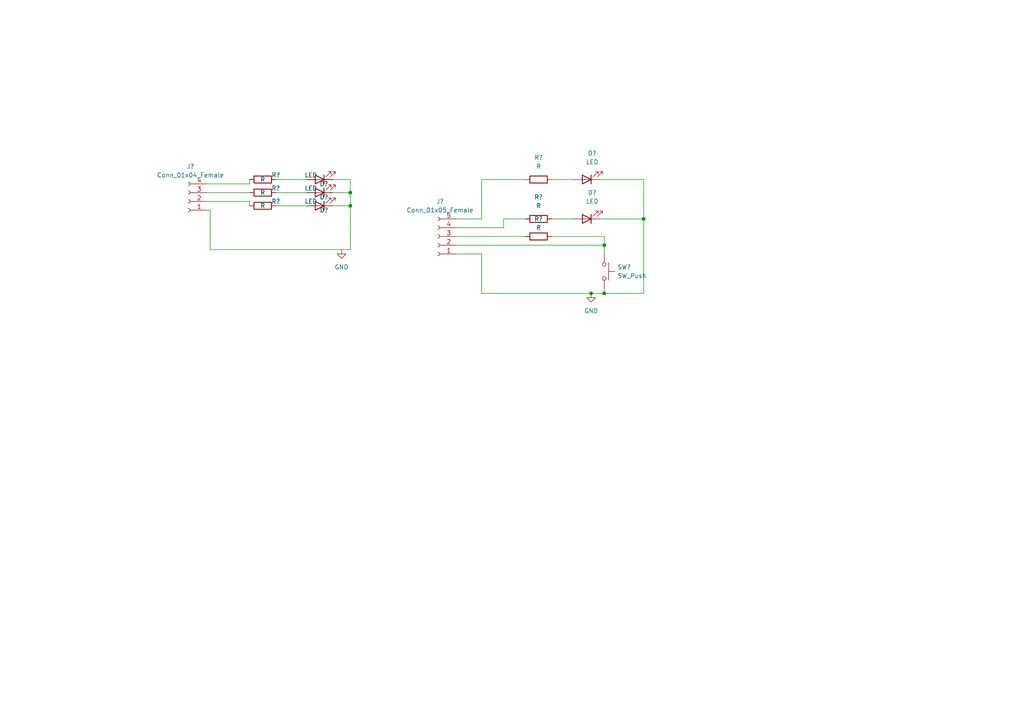
<source format=kicad_sch>
(kicad_sch (version 20211123) (generator eeschema)

  (uuid eb667eea-300e-4ca7-8a6f-4b00de80cd45)

  (paper "A4")

  (lib_symbols
    (symbol "Connector:Conn_01x04_Female" (pin_names (offset 1.016) hide) (in_bom yes) (on_board yes)
      (property "Reference" "J" (id 0) (at 0 5.08 0)
        (effects (font (size 1.27 1.27)))
      )
      (property "Value" "Conn_01x04_Female" (id 1) (at 0 -7.62 0)
        (effects (font (size 1.27 1.27)))
      )
      (property "Footprint" "" (id 2) (at 0 0 0)
        (effects (font (size 1.27 1.27)) hide)
      )
      (property "Datasheet" "~" (id 3) (at 0 0 0)
        (effects (font (size 1.27 1.27)) hide)
      )
      (property "ki_keywords" "connector" (id 4) (at 0 0 0)
        (effects (font (size 1.27 1.27)) hide)
      )
      (property "ki_description" "Generic connector, single row, 01x04, script generated (kicad-library-utils/schlib/autogen/connector/)" (id 5) (at 0 0 0)
        (effects (font (size 1.27 1.27)) hide)
      )
      (property "ki_fp_filters" "Connector*:*_1x??_*" (id 6) (at 0 0 0)
        (effects (font (size 1.27 1.27)) hide)
      )
      (symbol "Conn_01x04_Female_1_1"
        (arc (start 0 -4.572) (mid -0.508 -5.08) (end 0 -5.588)
          (stroke (width 0.1524) (type default) (color 0 0 0 0))
          (fill (type none))
        )
        (arc (start 0 -2.032) (mid -0.508 -2.54) (end 0 -3.048)
          (stroke (width 0.1524) (type default) (color 0 0 0 0))
          (fill (type none))
        )
        (polyline
          (pts
            (xy -1.27 -5.08)
            (xy -0.508 -5.08)
          )
          (stroke (width 0.1524) (type default) (color 0 0 0 0))
          (fill (type none))
        )
        (polyline
          (pts
            (xy -1.27 -2.54)
            (xy -0.508 -2.54)
          )
          (stroke (width 0.1524) (type default) (color 0 0 0 0))
          (fill (type none))
        )
        (polyline
          (pts
            (xy -1.27 0)
            (xy -0.508 0)
          )
          (stroke (width 0.1524) (type default) (color 0 0 0 0))
          (fill (type none))
        )
        (polyline
          (pts
            (xy -1.27 2.54)
            (xy -0.508 2.54)
          )
          (stroke (width 0.1524) (type default) (color 0 0 0 0))
          (fill (type none))
        )
        (arc (start 0 0.508) (mid -0.508 0) (end 0 -0.508)
          (stroke (width 0.1524) (type default) (color 0 0 0 0))
          (fill (type none))
        )
        (arc (start 0 3.048) (mid -0.508 2.54) (end 0 2.032)
          (stroke (width 0.1524) (type default) (color 0 0 0 0))
          (fill (type none))
        )
        (pin passive line (at -5.08 2.54 0) (length 3.81)
          (name "Pin_1" (effects (font (size 1.27 1.27))))
          (number "1" (effects (font (size 1.27 1.27))))
        )
        (pin passive line (at -5.08 0 0) (length 3.81)
          (name "Pin_2" (effects (font (size 1.27 1.27))))
          (number "2" (effects (font (size 1.27 1.27))))
        )
        (pin passive line (at -5.08 -2.54 0) (length 3.81)
          (name "Pin_3" (effects (font (size 1.27 1.27))))
          (number "3" (effects (font (size 1.27 1.27))))
        )
        (pin passive line (at -5.08 -5.08 0) (length 3.81)
          (name "Pin_4" (effects (font (size 1.27 1.27))))
          (number "4" (effects (font (size 1.27 1.27))))
        )
      )
    )
    (symbol "Connector:Conn_01x05_Female" (pin_names (offset 1.016) hide) (in_bom yes) (on_board yes)
      (property "Reference" "J" (id 0) (at 0 7.62 0)
        (effects (font (size 1.27 1.27)))
      )
      (property "Value" "Conn_01x05_Female" (id 1) (at 0 -7.62 0)
        (effects (font (size 1.27 1.27)))
      )
      (property "Footprint" "" (id 2) (at 0 0 0)
        (effects (font (size 1.27 1.27)) hide)
      )
      (property "Datasheet" "~" (id 3) (at 0 0 0)
        (effects (font (size 1.27 1.27)) hide)
      )
      (property "ki_keywords" "connector" (id 4) (at 0 0 0)
        (effects (font (size 1.27 1.27)) hide)
      )
      (property "ki_description" "Generic connector, single row, 01x05, script generated (kicad-library-utils/schlib/autogen/connector/)" (id 5) (at 0 0 0)
        (effects (font (size 1.27 1.27)) hide)
      )
      (property "ki_fp_filters" "Connector*:*_1x??_*" (id 6) (at 0 0 0)
        (effects (font (size 1.27 1.27)) hide)
      )
      (symbol "Conn_01x05_Female_1_1"
        (arc (start 0 -4.572) (mid -0.508 -5.08) (end 0 -5.588)
          (stroke (width 0.1524) (type default) (color 0 0 0 0))
          (fill (type none))
        )
        (arc (start 0 -2.032) (mid -0.508 -2.54) (end 0 -3.048)
          (stroke (width 0.1524) (type default) (color 0 0 0 0))
          (fill (type none))
        )
        (polyline
          (pts
            (xy -1.27 -5.08)
            (xy -0.508 -5.08)
          )
          (stroke (width 0.1524) (type default) (color 0 0 0 0))
          (fill (type none))
        )
        (polyline
          (pts
            (xy -1.27 -2.54)
            (xy -0.508 -2.54)
          )
          (stroke (width 0.1524) (type default) (color 0 0 0 0))
          (fill (type none))
        )
        (polyline
          (pts
            (xy -1.27 0)
            (xy -0.508 0)
          )
          (stroke (width 0.1524) (type default) (color 0 0 0 0))
          (fill (type none))
        )
        (polyline
          (pts
            (xy -1.27 2.54)
            (xy -0.508 2.54)
          )
          (stroke (width 0.1524) (type default) (color 0 0 0 0))
          (fill (type none))
        )
        (polyline
          (pts
            (xy -1.27 5.08)
            (xy -0.508 5.08)
          )
          (stroke (width 0.1524) (type default) (color 0 0 0 0))
          (fill (type none))
        )
        (arc (start 0 0.508) (mid -0.508 0) (end 0 -0.508)
          (stroke (width 0.1524) (type default) (color 0 0 0 0))
          (fill (type none))
        )
        (arc (start 0 3.048) (mid -0.508 2.54) (end 0 2.032)
          (stroke (width 0.1524) (type default) (color 0 0 0 0))
          (fill (type none))
        )
        (arc (start 0 5.588) (mid -0.508 5.08) (end 0 4.572)
          (stroke (width 0.1524) (type default) (color 0 0 0 0))
          (fill (type none))
        )
        (pin passive line (at -5.08 5.08 0) (length 3.81)
          (name "Pin_1" (effects (font (size 1.27 1.27))))
          (number "1" (effects (font (size 1.27 1.27))))
        )
        (pin passive line (at -5.08 2.54 0) (length 3.81)
          (name "Pin_2" (effects (font (size 1.27 1.27))))
          (number "2" (effects (font (size 1.27 1.27))))
        )
        (pin passive line (at -5.08 0 0) (length 3.81)
          (name "Pin_3" (effects (font (size 1.27 1.27))))
          (number "3" (effects (font (size 1.27 1.27))))
        )
        (pin passive line (at -5.08 -2.54 0) (length 3.81)
          (name "Pin_4" (effects (font (size 1.27 1.27))))
          (number "4" (effects (font (size 1.27 1.27))))
        )
        (pin passive line (at -5.08 -5.08 0) (length 3.81)
          (name "Pin_5" (effects (font (size 1.27 1.27))))
          (number "5" (effects (font (size 1.27 1.27))))
        )
      )
    )
    (symbol "Device:LED" (pin_numbers hide) (pin_names (offset 1.016) hide) (in_bom yes) (on_board yes)
      (property "Reference" "D" (id 0) (at 0 2.54 0)
        (effects (font (size 1.27 1.27)))
      )
      (property "Value" "LED" (id 1) (at 0 -2.54 0)
        (effects (font (size 1.27 1.27)))
      )
      (property "Footprint" "" (id 2) (at 0 0 0)
        (effects (font (size 1.27 1.27)) hide)
      )
      (property "Datasheet" "~" (id 3) (at 0 0 0)
        (effects (font (size 1.27 1.27)) hide)
      )
      (property "ki_keywords" "LED diode" (id 4) (at 0 0 0)
        (effects (font (size 1.27 1.27)) hide)
      )
      (property "ki_description" "Light emitting diode" (id 5) (at 0 0 0)
        (effects (font (size 1.27 1.27)) hide)
      )
      (property "ki_fp_filters" "LED* LED_SMD:* LED_THT:*" (id 6) (at 0 0 0)
        (effects (font (size 1.27 1.27)) hide)
      )
      (symbol "LED_0_1"
        (polyline
          (pts
            (xy -1.27 -1.27)
            (xy -1.27 1.27)
          )
          (stroke (width 0.254) (type default) (color 0 0 0 0))
          (fill (type none))
        )
        (polyline
          (pts
            (xy -1.27 0)
            (xy 1.27 0)
          )
          (stroke (width 0) (type default) (color 0 0 0 0))
          (fill (type none))
        )
        (polyline
          (pts
            (xy 1.27 -1.27)
            (xy 1.27 1.27)
            (xy -1.27 0)
            (xy 1.27 -1.27)
          )
          (stroke (width 0.254) (type default) (color 0 0 0 0))
          (fill (type none))
        )
        (polyline
          (pts
            (xy -3.048 -0.762)
            (xy -4.572 -2.286)
            (xy -3.81 -2.286)
            (xy -4.572 -2.286)
            (xy -4.572 -1.524)
          )
          (stroke (width 0) (type default) (color 0 0 0 0))
          (fill (type none))
        )
        (polyline
          (pts
            (xy -1.778 -0.762)
            (xy -3.302 -2.286)
            (xy -2.54 -2.286)
            (xy -3.302 -2.286)
            (xy -3.302 -1.524)
          )
          (stroke (width 0) (type default) (color 0 0 0 0))
          (fill (type none))
        )
      )
      (symbol "LED_1_1"
        (pin passive line (at -3.81 0 0) (length 2.54)
          (name "K" (effects (font (size 1.27 1.27))))
          (number "1" (effects (font (size 1.27 1.27))))
        )
        (pin passive line (at 3.81 0 180) (length 2.54)
          (name "A" (effects (font (size 1.27 1.27))))
          (number "2" (effects (font (size 1.27 1.27))))
        )
      )
    )
    (symbol "Device:R" (pin_numbers hide) (pin_names (offset 0)) (in_bom yes) (on_board yes)
      (property "Reference" "R" (id 0) (at 2.032 0 90)
        (effects (font (size 1.27 1.27)))
      )
      (property "Value" "R" (id 1) (at 0 0 90)
        (effects (font (size 1.27 1.27)))
      )
      (property "Footprint" "" (id 2) (at -1.778 0 90)
        (effects (font (size 1.27 1.27)) hide)
      )
      (property "Datasheet" "~" (id 3) (at 0 0 0)
        (effects (font (size 1.27 1.27)) hide)
      )
      (property "ki_keywords" "R res resistor" (id 4) (at 0 0 0)
        (effects (font (size 1.27 1.27)) hide)
      )
      (property "ki_description" "Resistor" (id 5) (at 0 0 0)
        (effects (font (size 1.27 1.27)) hide)
      )
      (property "ki_fp_filters" "R_*" (id 6) (at 0 0 0)
        (effects (font (size 1.27 1.27)) hide)
      )
      (symbol "R_0_1"
        (rectangle (start -1.016 -2.54) (end 1.016 2.54)
          (stroke (width 0.254) (type default) (color 0 0 0 0))
          (fill (type none))
        )
      )
      (symbol "R_1_1"
        (pin passive line (at 0 3.81 270) (length 1.27)
          (name "~" (effects (font (size 1.27 1.27))))
          (number "1" (effects (font (size 1.27 1.27))))
        )
        (pin passive line (at 0 -3.81 90) (length 1.27)
          (name "~" (effects (font (size 1.27 1.27))))
          (number "2" (effects (font (size 1.27 1.27))))
        )
      )
    )
    (symbol "Switch:SW_Push" (pin_numbers hide) (pin_names (offset 1.016) hide) (in_bom yes) (on_board yes)
      (property "Reference" "SW" (id 0) (at 1.27 2.54 0)
        (effects (font (size 1.27 1.27)) (justify left))
      )
      (property "Value" "SW_Push" (id 1) (at 0 -1.524 0)
        (effects (font (size 1.27 1.27)))
      )
      (property "Footprint" "" (id 2) (at 0 5.08 0)
        (effects (font (size 1.27 1.27)) hide)
      )
      (property "Datasheet" "~" (id 3) (at 0 5.08 0)
        (effects (font (size 1.27 1.27)) hide)
      )
      (property "ki_keywords" "switch normally-open pushbutton push-button" (id 4) (at 0 0 0)
        (effects (font (size 1.27 1.27)) hide)
      )
      (property "ki_description" "Push button switch, generic, two pins" (id 5) (at 0 0 0)
        (effects (font (size 1.27 1.27)) hide)
      )
      (symbol "SW_Push_0_1"
        (circle (center -2.032 0) (radius 0.508)
          (stroke (width 0) (type default) (color 0 0 0 0))
          (fill (type none))
        )
        (polyline
          (pts
            (xy 0 1.27)
            (xy 0 3.048)
          )
          (stroke (width 0) (type default) (color 0 0 0 0))
          (fill (type none))
        )
        (polyline
          (pts
            (xy 2.54 1.27)
            (xy -2.54 1.27)
          )
          (stroke (width 0) (type default) (color 0 0 0 0))
          (fill (type none))
        )
        (circle (center 2.032 0) (radius 0.508)
          (stroke (width 0) (type default) (color 0 0 0 0))
          (fill (type none))
        )
        (pin passive line (at -5.08 0 0) (length 2.54)
          (name "1" (effects (font (size 1.27 1.27))))
          (number "1" (effects (font (size 1.27 1.27))))
        )
        (pin passive line (at 5.08 0 180) (length 2.54)
          (name "2" (effects (font (size 1.27 1.27))))
          (number "2" (effects (font (size 1.27 1.27))))
        )
      )
    )
    (symbol "power:GND" (power) (pin_names (offset 0)) (in_bom yes) (on_board yes)
      (property "Reference" "#PWR" (id 0) (at 0 -6.35 0)
        (effects (font (size 1.27 1.27)) hide)
      )
      (property "Value" "GND" (id 1) (at 0 -3.81 0)
        (effects (font (size 1.27 1.27)))
      )
      (property "Footprint" "" (id 2) (at 0 0 0)
        (effects (font (size 1.27 1.27)) hide)
      )
      (property "Datasheet" "" (id 3) (at 0 0 0)
        (effects (font (size 1.27 1.27)) hide)
      )
      (property "ki_keywords" "power-flag" (id 4) (at 0 0 0)
        (effects (font (size 1.27 1.27)) hide)
      )
      (property "ki_description" "Power symbol creates a global label with name \"GND\" , ground" (id 5) (at 0 0 0)
        (effects (font (size 1.27 1.27)) hide)
      )
      (symbol "GND_0_1"
        (polyline
          (pts
            (xy 0 0)
            (xy 0 -1.27)
            (xy 1.27 -1.27)
            (xy 0 -2.54)
            (xy -1.27 -1.27)
            (xy 0 -1.27)
          )
          (stroke (width 0) (type default) (color 0 0 0 0))
          (fill (type none))
        )
      )
      (symbol "GND_1_1"
        (pin power_in line (at 0 0 270) (length 0) hide
          (name "GND" (effects (font (size 1.27 1.27))))
          (number "1" (effects (font (size 1.27 1.27))))
        )
      )
    )
  )

  (junction (at 186.69 63.5) (diameter 0) (color 0 0 0 0)
    (uuid 1d10d51b-5778-4d01-b497-7ae35c09aa2b)
  )
  (junction (at 171.45 85.09) (diameter 0) (color 0 0 0 0)
    (uuid ae08a163-f8b1-46a1-9d8e-f8884598ef40)
  )
  (junction (at 175.26 85.09) (diameter 0) (color 0 0 0 0)
    (uuid ae49903a-9d6d-4bcf-8377-a0e3a858f417)
  )
  (junction (at 175.26 71.12) (diameter 0) (color 0 0 0 0)
    (uuid c7249942-1fa2-4061-a078-a7e28003298d)
  )
  (junction (at 101.6 59.69) (diameter 0) (color 0 0 0 0)
    (uuid fce757f0-707e-4a92-9cdc-645159fe4b93)
  )
  (junction (at 101.6 55.88) (diameter 0) (color 0 0 0 0)
    (uuid fde97225-e327-4f0d-a0d0-ae491822da36)
  )

  (wire (pts (xy 175.26 68.58) (xy 175.26 71.12))
    (stroke (width 0) (type default) (color 0 0 0 0))
    (uuid 00cc81c7-a218-403c-a7d4-f7708ad9c84c)
  )
  (wire (pts (xy 132.08 68.58) (xy 152.4 68.58))
    (stroke (width 0) (type default) (color 0 0 0 0))
    (uuid 03a677f9-925d-4073-87c0-eb9cb9ff5848)
  )
  (wire (pts (xy 59.69 58.42) (xy 72.39 58.42))
    (stroke (width 0) (type default) (color 0 0 0 0))
    (uuid 05731090-92c1-41d9-8018-be9864f0ab9a)
  )
  (wire (pts (xy 139.7 52.07) (xy 152.4 52.07))
    (stroke (width 0) (type default) (color 0 0 0 0))
    (uuid 136447d1-66ad-424a-80a2-811ff769537b)
  )
  (wire (pts (xy 139.7 73.66) (xy 139.7 85.09))
    (stroke (width 0) (type default) (color 0 0 0 0))
    (uuid 16e43731-a084-4397-be4d-3924b9091d67)
  )
  (wire (pts (xy 80.01 59.69) (xy 88.9 59.69))
    (stroke (width 0) (type default) (color 0 0 0 0))
    (uuid 17e880b1-271c-4cec-8d9b-beeeb30a1b89)
  )
  (wire (pts (xy 59.69 53.34) (xy 72.39 53.34))
    (stroke (width 0) (type default) (color 0 0 0 0))
    (uuid 1d0106e4-93a0-484c-b492-7593dc9b77bd)
  )
  (wire (pts (xy 175.26 71.12) (xy 175.26 73.66))
    (stroke (width 0) (type default) (color 0 0 0 0))
    (uuid 23749f30-e710-4052-8286-470e0ed5db79)
  )
  (wire (pts (xy 175.26 85.09) (xy 186.69 85.09))
    (stroke (width 0) (type default) (color 0 0 0 0))
    (uuid 33cb573f-6fab-4242-b353-bdb03e807471)
  )
  (wire (pts (xy 160.02 63.5) (xy 166.37 63.5))
    (stroke (width 0) (type default) (color 0 0 0 0))
    (uuid 47291c9b-4566-4d60-8f07-1dcecbe69766)
  )
  (wire (pts (xy 80.01 55.88) (xy 88.9 55.88))
    (stroke (width 0) (type default) (color 0 0 0 0))
    (uuid 47b96755-77b4-4d1f-b7c7-e83301b841d7)
  )
  (wire (pts (xy 132.08 63.5) (xy 139.7 63.5))
    (stroke (width 0) (type default) (color 0 0 0 0))
    (uuid 4bc9af10-7410-4852-88e0-29f0f8e5a782)
  )
  (wire (pts (xy 186.69 52.07) (xy 186.69 63.5))
    (stroke (width 0) (type default) (color 0 0 0 0))
    (uuid 4fcde239-ce13-458e-ba77-64e46beec488)
  )
  (wire (pts (xy 171.45 85.09) (xy 175.26 85.09))
    (stroke (width 0) (type default) (color 0 0 0 0))
    (uuid 630da127-ef37-44ef-a4d1-57c9ac00ee94)
  )
  (wire (pts (xy 186.69 63.5) (xy 186.69 85.09))
    (stroke (width 0) (type default) (color 0 0 0 0))
    (uuid 63c3a1b9-d6dc-4d87-820f-b90561f1f3c1)
  )
  (wire (pts (xy 139.7 85.09) (xy 171.45 85.09))
    (stroke (width 0) (type default) (color 0 0 0 0))
    (uuid 69907e67-6106-4d3c-afdd-92924b7cb79d)
  )
  (wire (pts (xy 72.39 59.69) (xy 72.39 58.42))
    (stroke (width 0) (type default) (color 0 0 0 0))
    (uuid 6bf5f28b-59ba-4494-a030-be79a035c0e4)
  )
  (wire (pts (xy 173.99 63.5) (xy 186.69 63.5))
    (stroke (width 0) (type default) (color 0 0 0 0))
    (uuid 6fad7d3b-468a-48b9-b7ac-08e65c86a7ed)
  )
  (wire (pts (xy 101.6 72.39) (xy 60.96 72.39))
    (stroke (width 0) (type default) (color 0 0 0 0))
    (uuid 70650231-3657-458f-9f48-741b42421c7d)
  )
  (wire (pts (xy 160.02 52.07) (xy 166.37 52.07))
    (stroke (width 0) (type default) (color 0 0 0 0))
    (uuid 7162c8e3-8631-468a-ba3b-bb729a75def5)
  )
  (wire (pts (xy 173.99 52.07) (xy 186.69 52.07))
    (stroke (width 0) (type default) (color 0 0 0 0))
    (uuid 84d53a31-60b9-45b0-810f-f584c3df8e91)
  )
  (wire (pts (xy 175.26 83.82) (xy 175.26 85.09))
    (stroke (width 0) (type default) (color 0 0 0 0))
    (uuid 869ed46c-411f-4173-a307-93bad7951b22)
  )
  (wire (pts (xy 146.05 63.5) (xy 146.05 66.04))
    (stroke (width 0) (type default) (color 0 0 0 0))
    (uuid 8d481383-5d25-4ace-b676-d324f6d4dc46)
  )
  (wire (pts (xy 59.69 55.88) (xy 72.39 55.88))
    (stroke (width 0) (type default) (color 0 0 0 0))
    (uuid 8f0e955c-8ec0-431e-bdca-da5e3a34cd99)
  )
  (wire (pts (xy 72.39 53.34) (xy 72.39 52.07))
    (stroke (width 0) (type default) (color 0 0 0 0))
    (uuid 912a3b29-3615-485b-98ca-b5aa94a760f2)
  )
  (wire (pts (xy 146.05 66.04) (xy 132.08 66.04))
    (stroke (width 0) (type default) (color 0 0 0 0))
    (uuid 974acc20-2014-498e-9d41-c2393ec88c34)
  )
  (wire (pts (xy 96.52 52.07) (xy 101.6 52.07))
    (stroke (width 0) (type default) (color 0 0 0 0))
    (uuid 99259dcc-cbc7-402d-975a-bcb5d85ebd09)
  )
  (wire (pts (xy 80.01 52.07) (xy 88.9 52.07))
    (stroke (width 0) (type default) (color 0 0 0 0))
    (uuid a00f9e98-b300-4f39-b0dd-902486534d4e)
  )
  (wire (pts (xy 101.6 59.69) (xy 101.6 72.39))
    (stroke (width 0) (type default) (color 0 0 0 0))
    (uuid ab6ab0db-09cc-407d-956c-d4e570b717d6)
  )
  (wire (pts (xy 96.52 55.88) (xy 101.6 55.88))
    (stroke (width 0) (type default) (color 0 0 0 0))
    (uuid bd77f63c-15a3-475d-b4fb-e3bf49c605ab)
  )
  (wire (pts (xy 146.05 63.5) (xy 152.4 63.5))
    (stroke (width 0) (type default) (color 0 0 0 0))
    (uuid ccd6cf5b-1b7f-4eaf-b1ab-1d9908a503ef)
  )
  (wire (pts (xy 101.6 55.88) (xy 101.6 59.69))
    (stroke (width 0) (type default) (color 0 0 0 0))
    (uuid cf99f970-43e4-4767-a02a-b896d20db8c0)
  )
  (wire (pts (xy 160.02 68.58) (xy 175.26 68.58))
    (stroke (width 0) (type default) (color 0 0 0 0))
    (uuid cfa44890-796b-4931-94c5-292aa7bcf70e)
  )
  (wire (pts (xy 60.96 72.39) (xy 60.96 60.96))
    (stroke (width 0) (type default) (color 0 0 0 0))
    (uuid d42847ad-990a-4200-934d-4d556b925193)
  )
  (wire (pts (xy 139.7 52.07) (xy 139.7 63.5))
    (stroke (width 0) (type default) (color 0 0 0 0))
    (uuid d5331cc8-c2e3-490b-9695-bd5135d91a66)
  )
  (wire (pts (xy 96.52 59.69) (xy 101.6 59.69))
    (stroke (width 0) (type default) (color 0 0 0 0))
    (uuid dc55d78e-22c3-41d4-aaeb-836abebfb36e)
  )
  (wire (pts (xy 101.6 52.07) (xy 101.6 55.88))
    (stroke (width 0) (type default) (color 0 0 0 0))
    (uuid e96b56b6-e980-404e-904c-094b01fd6eef)
  )
  (wire (pts (xy 60.96 60.96) (xy 59.69 60.96))
    (stroke (width 0) (type default) (color 0 0 0 0))
    (uuid e99c2bb4-7a57-4e26-8d0c-400dab99a963)
  )
  (wire (pts (xy 132.08 71.12) (xy 175.26 71.12))
    (stroke (width 0) (type default) (color 0 0 0 0))
    (uuid efd4efb1-6e0b-4528-9a54-f0c8a84ef2f3)
  )
  (wire (pts (xy 132.08 73.66) (xy 139.7 73.66))
    (stroke (width 0) (type default) (color 0 0 0 0))
    (uuid f0c4b84b-8188-4aee-9f93-abe56f389c3c)
  )

  (symbol (lib_id "Device:R") (at 76.2 59.69 90) (unit 1)
    (in_bom yes) (on_board yes)
    (uuid 019d3651-b04b-45d0-868f-186c00dc35e3)
    (property "Reference" "R?" (id 0) (at 80.01 58.42 90))
    (property "Value" "R" (id 1) (at 76.2 55.88 90))
    (property "Footprint" "Resistor_THT:R_Axial_DIN0309_L9.0mm_D3.2mm_P15.24mm_Horizontal" (id 2) (at 76.2 61.468 90)
      (effects (font (size 1.27 1.27)) hide)
    )
    (property "Datasheet" "~" (id 3) (at 76.2 59.69 0)
      (effects (font (size 1.27 1.27)) hide)
    )
    (pin "1" (uuid 3049a36c-be0a-4fc7-bd64-4ffd28f45fff))
    (pin "2" (uuid 5930e06c-d2dc-471e-8fdd-5e8f3983831f))
  )

  (symbol (lib_id "Device:LED") (at 92.71 52.07 180) (unit 1)
    (in_bom yes) (on_board yes)
    (uuid 0c366578-66d9-4255-905b-b34ebcfb22ac)
    (property "Reference" "D?" (id 0) (at 93.98 53.34 0))
    (property "Value" "LED" (id 1) (at 90.17 50.8 0))
    (property "Footprint" "LED_THT:LED_D5.0mm" (id 2) (at 92.71 52.07 0)
      (effects (font (size 1.27 1.27)) hide)
    )
    (property "Datasheet" "~" (id 3) (at 92.71 52.07 0)
      (effects (font (size 1.27 1.27)) hide)
    )
    (pin "1" (uuid 357a7273-4727-4a16-95cd-13a54722bc4c))
    (pin "2" (uuid f76bf4cb-4dd4-4a42-9128-d3ab35959241))
  )

  (symbol (lib_id "Device:R") (at 76.2 55.88 90) (unit 1)
    (in_bom yes) (on_board yes)
    (uuid 22ecb7a5-dc08-4d51-9f10-32899809ad6c)
    (property "Reference" "R?" (id 0) (at 80.01 54.61 90))
    (property "Value" "R" (id 1) (at 76.2 52.07 90))
    (property "Footprint" "Resistor_THT:R_Axial_DIN0309_L9.0mm_D3.2mm_P15.24mm_Horizontal" (id 2) (at 76.2 57.658 90)
      (effects (font (size 1.27 1.27)) hide)
    )
    (property "Datasheet" "~" (id 3) (at 76.2 55.88 0)
      (effects (font (size 1.27 1.27)) hide)
    )
    (pin "1" (uuid 47e36984-ccc0-4b69-b1d7-b6a087efa6e8))
    (pin "2" (uuid 03a867e3-5c81-4dbb-a3bb-3358df14639a))
  )

  (symbol (lib_id "Device:R") (at 156.21 63.5 90) (unit 1)
    (in_bom yes) (on_board yes) (fields_autoplaced)
    (uuid 2a45bdd8-9d73-411e-9380-2750f72a7908)
    (property "Reference" "R?" (id 0) (at 156.21 57.15 90))
    (property "Value" "R" (id 1) (at 156.21 59.69 90))
    (property "Footprint" "Resistor_THT:R_Axial_DIN0309_L9.0mm_D3.2mm_P15.24mm_Horizontal" (id 2) (at 156.21 65.278 90)
      (effects (font (size 1.27 1.27)) hide)
    )
    (property "Datasheet" "~" (id 3) (at 156.21 63.5 0)
      (effects (font (size 1.27 1.27)) hide)
    )
    (pin "1" (uuid 7b73e7ec-3a7c-4588-a8e4-2cd8e01c70c0))
    (pin "2" (uuid 24912925-28cc-46df-9636-6101587729dc))
  )

  (symbol (lib_id "Device:R") (at 156.21 68.58 90) (unit 1)
    (in_bom yes) (on_board yes)
    (uuid 2f0bd756-1b03-41fd-860a-ec6ed1295924)
    (property "Reference" "R?" (id 0) (at 156.21 63.5 90))
    (property "Value" "R" (id 1) (at 156.21 66.04 90))
    (property "Footprint" "Resistor_THT:R_Axial_DIN0309_L9.0mm_D3.2mm_P15.24mm_Horizontal" (id 2) (at 156.21 70.358 90)
      (effects (font (size 1.27 1.27)) hide)
    )
    (property "Datasheet" "~" (id 3) (at 156.21 68.58 0)
      (effects (font (size 1.27 1.27)) hide)
    )
    (pin "1" (uuid bddc75e7-8a3e-4709-88ae-f43355cf81f7))
    (pin "2" (uuid 7589d192-14b3-4825-bc78-481261d01f86))
  )

  (symbol (lib_id "Connector:Conn_01x05_Female") (at 127 68.58 180) (unit 1)
    (in_bom yes) (on_board yes) (fields_autoplaced)
    (uuid 38ae9a69-f477-4e4c-aa26-807b938a237e)
    (property "Reference" "J?" (id 0) (at 127.635 58.42 0))
    (property "Value" "Conn_01x05_Female" (id 1) (at 127.635 60.96 0))
    (property "Footprint" "Connector_PinHeader_2.54mm:PinHeader_1x05_P2.54mm_Vertical" (id 2) (at 127 68.58 0)
      (effects (font (size 1.27 1.27)) hide)
    )
    (property "Datasheet" "~" (id 3) (at 127 68.58 0)
      (effects (font (size 1.27 1.27)) hide)
    )
    (pin "1" (uuid a1c3aedd-85c9-4502-8e0c-a7133ea5d8df))
    (pin "2" (uuid a4762b32-c695-44a4-af80-94b6be6ab7dc))
    (pin "3" (uuid c7e2726c-41cf-497b-a003-9e40170ddc5c))
    (pin "4" (uuid 6bd57356-25b0-4e2e-b723-97a13e250d14))
    (pin "5" (uuid c5127da9-6d8d-40a6-81cf-9da9abdc7adf))
  )

  (symbol (lib_id "Device:R") (at 76.2 52.07 90) (unit 1)
    (in_bom yes) (on_board yes)
    (uuid 3a1a39fc-8030-4c93-9d9c-d79ba6824099)
    (property "Reference" "R?" (id 0) (at 80.01 50.8 90))
    (property "Value" "R" (id 1) (at 76.2 59.69 90))
    (property "Footprint" "Resistor_THT:R_Axial_DIN0309_L9.0mm_D3.2mm_P15.24mm_Horizontal" (id 2) (at 76.2 53.848 90)
      (effects (font (size 1.27 1.27)) hide)
    )
    (property "Datasheet" "~" (id 3) (at 76.2 52.07 0)
      (effects (font (size 1.27 1.27)) hide)
    )
    (pin "1" (uuid 272c2a78-b5f5-4b61-aed3-ec69e0e92729))
    (pin "2" (uuid a3fab380-991d-404b-95d5-1c209b047b6e))
  )

  (symbol (lib_id "Device:LED") (at 170.18 63.5 180) (unit 1)
    (in_bom yes) (on_board yes) (fields_autoplaced)
    (uuid 3f2a31ea-2861-4924-90ae-3cf6d805890f)
    (property "Reference" "D?" (id 0) (at 171.7675 55.88 0))
    (property "Value" "LED" (id 1) (at 171.7675 58.42 0))
    (property "Footprint" "LED_THT:LED_D5.0mm" (id 2) (at 170.18 63.5 0)
      (effects (font (size 1.27 1.27)) hide)
    )
    (property "Datasheet" "~" (id 3) (at 170.18 63.5 0)
      (effects (font (size 1.27 1.27)) hide)
    )
    (pin "1" (uuid 9811f532-fd2c-481d-89e5-8568520600f6))
    (pin "2" (uuid 98a0ac62-c1fa-4e37-a745-877b5c442d9b))
  )

  (symbol (lib_id "Device:LED") (at 170.18 52.07 180) (unit 1)
    (in_bom yes) (on_board yes) (fields_autoplaced)
    (uuid 4a0dfbab-ce09-4e43-9cc7-b70e1c2902e7)
    (property "Reference" "D?" (id 0) (at 171.7675 44.45 0))
    (property "Value" "LED" (id 1) (at 171.7675 46.99 0))
    (property "Footprint" "LED_THT:LED_D5.0mm" (id 2) (at 170.18 52.07 0)
      (effects (font (size 1.27 1.27)) hide)
    )
    (property "Datasheet" "~" (id 3) (at 170.18 52.07 0)
      (effects (font (size 1.27 1.27)) hide)
    )
    (pin "1" (uuid d08f69fb-6d4d-4e3e-a8cf-e31cd3024fb5))
    (pin "2" (uuid 6b3eff3d-34b6-486f-b879-a7cf7f294c70))
  )

  (symbol (lib_id "Device:R") (at 156.21 52.07 90) (unit 1)
    (in_bom yes) (on_board yes) (fields_autoplaced)
    (uuid 67a92bfc-d287-42b8-9a92-107baa759573)
    (property "Reference" "R?" (id 0) (at 156.21 45.72 90))
    (property "Value" "R" (id 1) (at 156.21 48.26 90))
    (property "Footprint" "Resistor_THT:R_Axial_DIN0309_L9.0mm_D3.2mm_P15.24mm_Horizontal" (id 2) (at 156.21 53.848 90)
      (effects (font (size 1.27 1.27)) hide)
    )
    (property "Datasheet" "~" (id 3) (at 156.21 52.07 0)
      (effects (font (size 1.27 1.27)) hide)
    )
    (pin "1" (uuid b7f72fd1-a120-4061-8768-cdf0233f123b))
    (pin "2" (uuid 7d329339-c275-43da-88e5-137ba7fc8af7))
  )

  (symbol (lib_id "power:GND") (at 171.45 85.09 0) (unit 1)
    (in_bom yes) (on_board yes) (fields_autoplaced)
    (uuid 82801f85-f53d-4a63-8cff-c1aa3b5a8eb5)
    (property "Reference" "#PWR?" (id 0) (at 171.45 91.44 0)
      (effects (font (size 1.27 1.27)) hide)
    )
    (property "Value" "GND" (id 1) (at 171.45 90.17 0))
    (property "Footprint" "" (id 2) (at 171.45 85.09 0)
      (effects (font (size 1.27 1.27)) hide)
    )
    (property "Datasheet" "" (id 3) (at 171.45 85.09 0)
      (effects (font (size 1.27 1.27)) hide)
    )
    (pin "1" (uuid 0a22bfa7-3a52-4ca4-9931-c10343ddeb3d))
  )

  (symbol (lib_id "power:GND") (at 99.06 72.39 0) (unit 1)
    (in_bom yes) (on_board yes) (fields_autoplaced)
    (uuid 8f7fce58-6ac0-4a94-9aa6-fe55389a5902)
    (property "Reference" "#PWR?" (id 0) (at 99.06 78.74 0)
      (effects (font (size 1.27 1.27)) hide)
    )
    (property "Value" "GND" (id 1) (at 99.06 77.47 0))
    (property "Footprint" "" (id 2) (at 99.06 72.39 0)
      (effects (font (size 1.27 1.27)) hide)
    )
    (property "Datasheet" "" (id 3) (at 99.06 72.39 0)
      (effects (font (size 1.27 1.27)) hide)
    )
    (pin "1" (uuid a54f2c6e-e96e-477d-9066-5e3c0953d0db))
  )

  (symbol (lib_id "Device:LED") (at 92.71 55.88 180) (unit 1)
    (in_bom yes) (on_board yes)
    (uuid 947145cd-6b08-4a6c-bc2a-1dac4bf3857a)
    (property "Reference" "D?" (id 0) (at 93.98 57.15 0))
    (property "Value" "LED" (id 1) (at 90.17 54.61 0))
    (property "Footprint" "LED_THT:LED_D5.0mm" (id 2) (at 92.71 55.88 0)
      (effects (font (size 1.27 1.27)) hide)
    )
    (property "Datasheet" "~" (id 3) (at 92.71 55.88 0)
      (effects (font (size 1.27 1.27)) hide)
    )
    (pin "1" (uuid 240af122-7742-436b-95a3-79bce3be3c42))
    (pin "2" (uuid 8aa98c19-ed4c-410c-b388-0dec12168b19))
  )

  (symbol (lib_id "Connector:Conn_01x04_Female") (at 54.61 58.42 180) (unit 1)
    (in_bom yes) (on_board yes) (fields_autoplaced)
    (uuid a779b881-d5ab-4f9b-b7aa-93b03a937799)
    (property "Reference" "J?" (id 0) (at 55.245 48.26 0))
    (property "Value" "Conn_01x04_Female" (id 1) (at 55.245 50.8 0))
    (property "Footprint" "Connector_PinHeader_2.54mm:PinHeader_1x04_P2.54mm_Vertical" (id 2) (at 54.61 58.42 0)
      (effects (font (size 1.27 1.27)) hide)
    )
    (property "Datasheet" "~" (id 3) (at 54.61 58.42 0)
      (effects (font (size 1.27 1.27)) hide)
    )
    (pin "1" (uuid 59e21a32-7102-4054-b5d8-b70830be32fb))
    (pin "2" (uuid 810cde75-0428-47ef-b9f0-b0cafa144f5e))
    (pin "3" (uuid 52205071-0036-4267-89f3-313b73ca92a0))
    (pin "4" (uuid 540fcbf1-1a0c-4964-9389-bacd0100da53))
  )

  (symbol (lib_id "Device:LED") (at 92.71 59.69 180) (unit 1)
    (in_bom yes) (on_board yes)
    (uuid b17dc3ba-b6c2-441d-923c-8e9e359300be)
    (property "Reference" "D?" (id 0) (at 93.98 60.96 0))
    (property "Value" "LED" (id 1) (at 90.17 58.42 0))
    (property "Footprint" "LED_THT:LED_D5.0mm" (id 2) (at 92.71 59.69 0)
      (effects (font (size 1.27 1.27)) hide)
    )
    (property "Datasheet" "~" (id 3) (at 92.71 59.69 0)
      (effects (font (size 1.27 1.27)) hide)
    )
    (pin "1" (uuid 505a33df-d18d-42f5-b21a-0d35edec1115))
    (pin "2" (uuid ac33d4ae-6cf8-443e-a0ba-e1364b8b2396))
  )

  (symbol (lib_id "Switch:SW_Push") (at 175.26 78.74 270) (unit 1)
    (in_bom yes) (on_board yes) (fields_autoplaced)
    (uuid d7d4f9b8-2da0-4fad-9c3e-e2ba9396b08c)
    (property "Reference" "SW?" (id 0) (at 179.07 77.4699 90)
      (effects (font (size 1.27 1.27)) (justify left))
    )
    (property "Value" "SW_Push" (id 1) (at 179.07 80.0099 90)
      (effects (font (size 1.27 1.27)) (justify left))
    )
    (property "Footprint" "Button_Switch_THT:SW_PUSH_6mm_H5mm" (id 2) (at 180.34 78.74 0)
      (effects (font (size 1.27 1.27)) hide)
    )
    (property "Datasheet" "~" (id 3) (at 180.34 78.74 0)
      (effects (font (size 1.27 1.27)) hide)
    )
    (pin "1" (uuid 0c1b2c62-e813-40f4-aa9f-a6318a69059c))
    (pin "2" (uuid 6078cfae-6c12-43fc-889b-59baef9b3698))
  )

  (sheet_instances
    (path "/" (page "1"))
  )

  (symbol_instances
    (path "/82801f85-f53d-4a63-8cff-c1aa3b5a8eb5"
      (reference "#PWR?") (unit 1) (value "GND") (footprint "")
    )
    (path "/8f7fce58-6ac0-4a94-9aa6-fe55389a5902"
      (reference "#PWR?") (unit 1) (value "GND") (footprint "")
    )
    (path "/0c366578-66d9-4255-905b-b34ebcfb22ac"
      (reference "D?") (unit 1) (value "LED") (footprint "LED_THT:LED_D5.0mm")
    )
    (path "/3f2a31ea-2861-4924-90ae-3cf6d805890f"
      (reference "D?") (unit 1) (value "LED") (footprint "LED_THT:LED_D5.0mm")
    )
    (path "/4a0dfbab-ce09-4e43-9cc7-b70e1c2902e7"
      (reference "D?") (unit 1) (value "LED") (footprint "LED_THT:LED_D5.0mm")
    )
    (path "/947145cd-6b08-4a6c-bc2a-1dac4bf3857a"
      (reference "D?") (unit 1) (value "LED") (footprint "LED_THT:LED_D5.0mm")
    )
    (path "/b17dc3ba-b6c2-441d-923c-8e9e359300be"
      (reference "D?") (unit 1) (value "LED") (footprint "LED_THT:LED_D5.0mm")
    )
    (path "/38ae9a69-f477-4e4c-aa26-807b938a237e"
      (reference "J?") (unit 1) (value "Conn_01x05_Female") (footprint "Connector_PinHeader_2.54mm:PinHeader_1x05_P2.54mm_Vertical")
    )
    (path "/a779b881-d5ab-4f9b-b7aa-93b03a937799"
      (reference "J?") (unit 1) (value "Conn_01x04_Female") (footprint "Connector_PinHeader_2.54mm:PinHeader_1x04_P2.54mm_Vertical")
    )
    (path "/019d3651-b04b-45d0-868f-186c00dc35e3"
      (reference "R?") (unit 1) (value "R") (footprint "Resistor_THT:R_Axial_DIN0309_L9.0mm_D3.2mm_P15.24mm_Horizontal")
    )
    (path "/22ecb7a5-dc08-4d51-9f10-32899809ad6c"
      (reference "R?") (unit 1) (value "R") (footprint "Resistor_THT:R_Axial_DIN0309_L9.0mm_D3.2mm_P15.24mm_Horizontal")
    )
    (path "/2a45bdd8-9d73-411e-9380-2750f72a7908"
      (reference "R?") (unit 1) (value "R") (footprint "Resistor_THT:R_Axial_DIN0309_L9.0mm_D3.2mm_P15.24mm_Horizontal")
    )
    (path "/2f0bd756-1b03-41fd-860a-ec6ed1295924"
      (reference "R?") (unit 1) (value "R") (footprint "Resistor_THT:R_Axial_DIN0309_L9.0mm_D3.2mm_P15.24mm_Horizontal")
    )
    (path "/3a1a39fc-8030-4c93-9d9c-d79ba6824099"
      (reference "R?") (unit 1) (value "R") (footprint "Resistor_THT:R_Axial_DIN0309_L9.0mm_D3.2mm_P15.24mm_Horizontal")
    )
    (path "/67a92bfc-d287-42b8-9a92-107baa759573"
      (reference "R?") (unit 1) (value "R") (footprint "Resistor_THT:R_Axial_DIN0309_L9.0mm_D3.2mm_P15.24mm_Horizontal")
    )
    (path "/d7d4f9b8-2da0-4fad-9c3e-e2ba9396b08c"
      (reference "SW?") (unit 1) (value "SW_Push") (footprint "Button_Switch_THT:SW_PUSH_6mm_H5mm")
    )
  )
)

</source>
